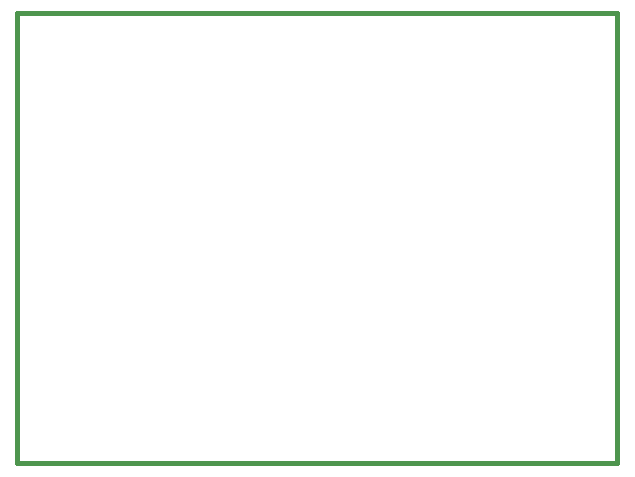
<source format=gbr>
G04 (created by PCBNEW-RS274X (2011-nov-30)-testing) date Tue 07 Aug 2012 01:29:55 PM EDT*
%MOIN*%
G04 Gerber Fmt 3.4, Leading zero omitted, Abs format*
%FSLAX34Y34*%
G01*
G70*
G90*
G04 APERTURE LIST*
%ADD10C,0.006*%
%ADD11C,0.015*%
G04 APERTURE END LIST*
G54D10*
G54D11*
X20000Y15000D02*
X0Y15000D01*
X20000Y0D02*
X20000Y15000D01*
X0Y0D02*
X20000Y0D01*
X0Y15000D02*
X0Y0D01*
M02*

</source>
